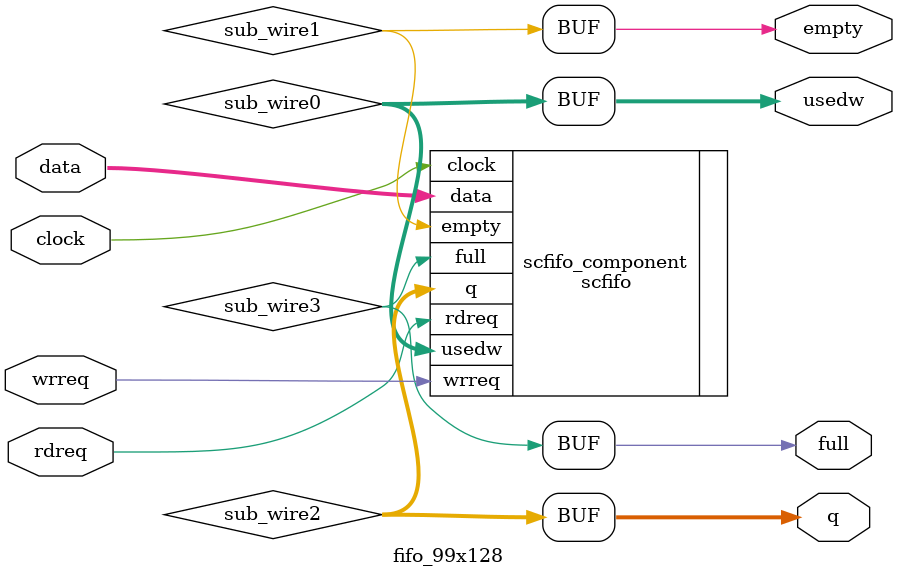
<source format=v>
module fifo_99x128 (
	clock,
	data,
	rdreq,
	wrreq,
	empty,
	full,
	q,
	usedw);
	input	  clock;
	input	[98:0]  data;
	input	  rdreq;
	input	  wrreq;
	output	  empty;
	output	  full;
	output	[98:0]  q;
	output	[6:0]  usedw;
	wire [6:0] sub_wire0;
	wire  sub_wire1;
	wire [98:0] sub_wire2;
	wire  sub_wire3;
	wire [6:0] usedw = sub_wire0[6:0];
	wire  empty = sub_wire1;
	wire [98:0] q = sub_wire2[98:0];
	wire  full = sub_wire3;
	scfifo	scfifo_component (
				.rdreq (rdreq),
				.clock (clock),
				.wrreq (wrreq),
				.data (data),
				.usedw (sub_wire0),
				.empty (sub_wire1),
				.q (sub_wire2),
				.full (sub_wire3)
				// synopsys translate_off
				,
				.aclr (),
				.almost_empty (),
				.almost_full (),
				.sclr ()
				// synopsys translate_on
				);
	defparam
		scfifo_component.add_ram_output_register = "OFF",
		scfifo_component.intended_device_family = "Cyclone II",
		scfifo_component.lpm_numwords = 128,
		scfifo_component.lpm_showahead = "OFF",
		scfifo_component.lpm_type = "scfifo",
		scfifo_component.lpm_width = 99,
		scfifo_component.lpm_widthu = 7,
		scfifo_component.overflow_checking = "OFF",
		scfifo_component.underflow_checking = "OFF",
		scfifo_component.use_eab = "ON";
endmodule
</source>
